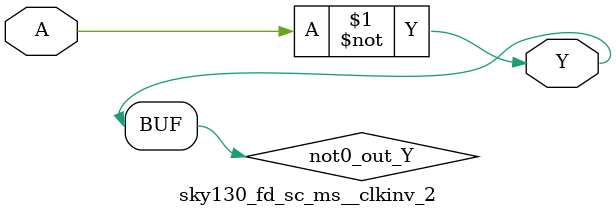
<source format=v>
/*
 * Copyright 2020 The SkyWater PDK Authors
 *
 * Licensed under the Apache License, Version 2.0 (the "License");
 * you may not use this file except in compliance with the License.
 * You may obtain a copy of the License at
 *
 *     https://www.apache.org/licenses/LICENSE-2.0
 *
 * Unless required by applicable law or agreed to in writing, software
 * distributed under the License is distributed on an "AS IS" BASIS,
 * WITHOUT WARRANTIES OR CONDITIONS OF ANY KIND, either express or implied.
 * See the License for the specific language governing permissions and
 * limitations under the License.
 *
 * SPDX-License-Identifier: Apache-2.0
*/


`ifndef SKY130_FD_SC_MS__CLKINV_2_FUNCTIONAL_V
`define SKY130_FD_SC_MS__CLKINV_2_FUNCTIONAL_V

/**
 * clkinv: Clock tree inverter.
 *
 * Verilog simulation functional model.
 */

`timescale 1ns / 1ps
`default_nettype none

`celldefine
module sky130_fd_sc_ms__clkinv_2 (
    Y,
    A
);

    // Module ports
    output Y;
    input  A;

    // Local signals
    wire not0_out_Y;

    //  Name  Output      Other arguments
    not not0 (not0_out_Y, A              );
    buf buf0 (Y         , not0_out_Y     );

endmodule
`endcelldefine

`default_nettype wire
`endif  // SKY130_FD_SC_MS__CLKINV_2_FUNCTIONAL_V

</source>
